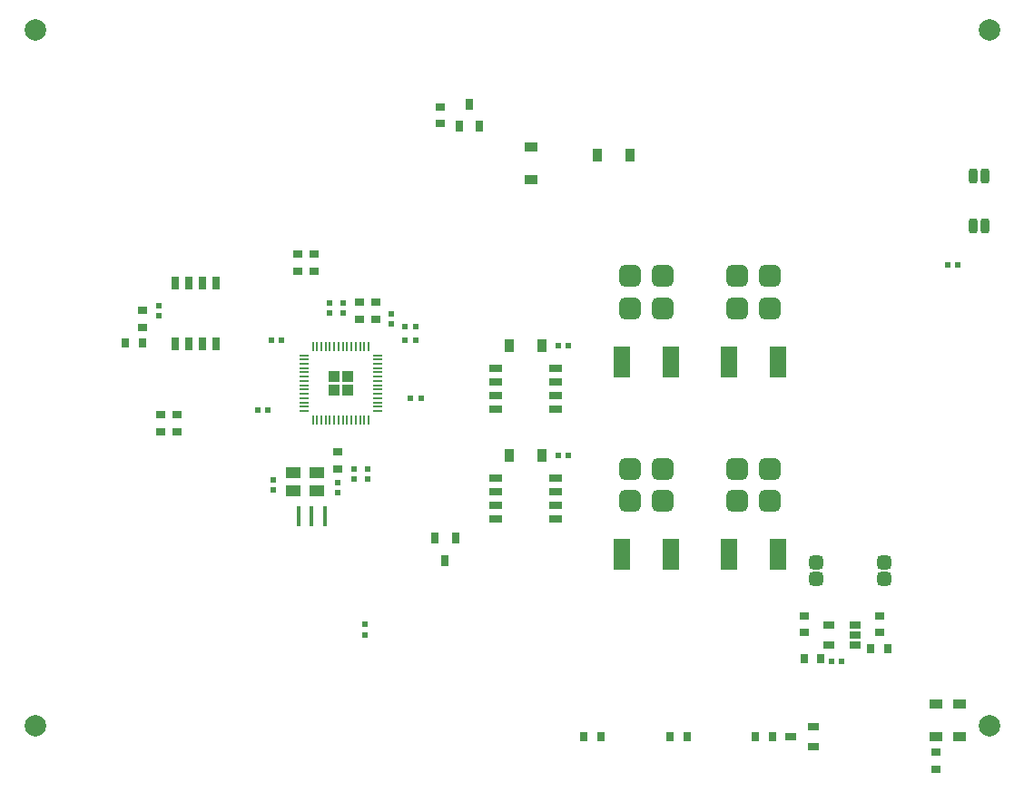
<source format=gtp>
G04 #@! TF.GenerationSoftware,KiCad,Pcbnew,(6.0.7)*
G04 #@! TF.CreationDate,2022-09-01T11:58:40+09:00*
G04 #@! TF.ProjectId,RP2040CommandStation,52503230-3430-4436-9f6d-6d616e645374,rev?*
G04 #@! TF.SameCoordinates,PX6cb8080PY8d24d00*
G04 #@! TF.FileFunction,Paste,Top*
G04 #@! TF.FilePolarity,Positive*
%FSLAX46Y46*%
G04 Gerber Fmt 4.6, Leading zero omitted, Abs format (unit mm)*
G04 Created by KiCad (PCBNEW (6.0.7)) date 2022-09-01 11:58:40*
%MOMM*%
%LPD*%
G01*
G04 APERTURE LIST*
G04 Aperture macros list*
%AMRoundRect*
0 Rectangle with rounded corners*
0 $1 Rounding radius*
0 $2 $3 $4 $5 $6 $7 $8 $9 X,Y pos of 4 corners*
0 Add a 4 corners polygon primitive as box body*
4,1,4,$2,$3,$4,$5,$6,$7,$8,$9,$2,$3,0*
0 Add four circle primitives for the rounded corners*
1,1,$1+$1,$2,$3*
1,1,$1+$1,$4,$5*
1,1,$1+$1,$6,$7*
1,1,$1+$1,$8,$9*
0 Add four rect primitives between the rounded corners*
20,1,$1+$1,$2,$3,$4,$5,0*
20,1,$1+$1,$4,$5,$6,$7,0*
20,1,$1+$1,$6,$7,$8,$9,0*
20,1,$1+$1,$8,$9,$2,$3,0*%
G04 Aperture macros list end*
%ADD10R,0.550000X0.500000*%
%ADD11RoundRect,0.200000X0.200000X-0.500000X0.200000X0.500000X-0.200000X0.500000X-0.200000X-0.500000X0*%
%ADD12R,1.200000X0.850000*%
%ADD13R,1.000000X0.800000*%
%ADD14R,0.800000X1.000000*%
%ADD15RoundRect,0.325000X-0.325000X-0.325000X0.325000X-0.325000X0.325000X0.325000X-0.325000X0.325000X0*%
%ADD16R,0.700000X0.900000*%
%ADD17R,0.900000X0.700000*%
%ADD18R,1.000000X0.700000*%
%ADD19R,1.400000X1.100000*%
%ADD20R,0.800000X1.300000*%
%ADD21R,0.500000X0.550000*%
%ADD22RoundRect,0.250000X-0.292217X-0.292217X0.292217X-0.292217X0.292217X0.292217X-0.292217X0.292217X0*%
%ADD23RoundRect,0.050000X-0.387500X-0.050000X0.387500X-0.050000X0.387500X0.050000X-0.387500X0.050000X0*%
%ADD24RoundRect,0.050000X-0.050000X-0.387500X0.050000X-0.387500X0.050000X0.387500X-0.050000X0.387500X0*%
%ADD25R,0.850000X1.200000*%
%ADD26R,0.400000X1.900000*%
%ADD27C,2.000000*%
%ADD28RoundRect,0.500000X-0.500000X-0.500000X0.500000X-0.500000X0.500000X0.500000X-0.500000X0.500000X0*%
%ADD29R,1.600000X3.000000*%
%ADD30R,1.300000X0.800000*%
G04 APERTURE END LIST*
D10*
X89075000Y53000000D03*
X88125000Y53000000D03*
X77275000Y16000000D03*
X78225000Y16000000D03*
D11*
X90450000Y56675000D03*
X90450000Y61325000D03*
X91550000Y61325000D03*
X91550000Y56675000D03*
D12*
X89250000Y8975000D03*
X89250000Y12025000D03*
X87000000Y8975000D03*
X87000000Y12025000D03*
D13*
X75550000Y8050000D03*
X75550000Y9950000D03*
X73450000Y9000000D03*
D14*
X42200000Y27550000D03*
X40300000Y27550000D03*
X41250000Y25450000D03*
X42550000Y65950000D03*
X44450000Y65950000D03*
X43500000Y68050000D03*
D15*
X82200000Y23700000D03*
X82200000Y25300000D03*
X75800000Y25300000D03*
X75800000Y23700000D03*
D16*
X74700000Y16250000D03*
X76300000Y16250000D03*
X80950000Y17250000D03*
X82550000Y17250000D03*
D17*
X27500000Y54050000D03*
X27500000Y52450000D03*
X29000000Y52450000D03*
X29000000Y54050000D03*
X14750000Y39050000D03*
X14750000Y37450000D03*
X16250000Y39050000D03*
X16250000Y37450000D03*
D16*
X63800000Y9000000D03*
X62200000Y9000000D03*
X71800000Y9000000D03*
X70200000Y9000000D03*
D17*
X87000000Y7550000D03*
X87000000Y5950000D03*
X40750000Y66200000D03*
X40750000Y67800000D03*
D18*
X79450000Y17550000D03*
X79450000Y18500000D03*
X79450000Y19450000D03*
X77050000Y19450000D03*
X77050000Y17550000D03*
D17*
X81750000Y20300000D03*
X81750000Y18700000D03*
X31250000Y35550000D03*
X31250000Y33950000D03*
X34750000Y49550000D03*
X34750000Y47950000D03*
X33250000Y49550000D03*
X33250000Y47950000D03*
D16*
X13050000Y45750000D03*
X11450000Y45750000D03*
D17*
X13000000Y48800000D03*
X13000000Y47200000D03*
D19*
X27100000Y31950000D03*
X29300000Y31950000D03*
X29300000Y33650000D03*
X27100000Y33650000D03*
D20*
X16095000Y45700000D03*
X17365000Y45700000D03*
X18635000Y45700000D03*
X19905000Y45700000D03*
X19905000Y51300000D03*
X18635000Y51300000D03*
X17365000Y51300000D03*
X16095000Y51300000D03*
D21*
X14500000Y49225000D03*
X14500000Y48275000D03*
D22*
X32137500Y41362500D03*
X30862500Y41362500D03*
X30862500Y42637500D03*
X32137500Y42637500D03*
D23*
X28062500Y44600000D03*
X28062500Y44200000D03*
X28062500Y43800000D03*
X28062500Y43400000D03*
X28062500Y43000000D03*
X28062500Y42600000D03*
X28062500Y42200000D03*
X28062500Y41800000D03*
X28062500Y41400000D03*
X28062500Y41000000D03*
X28062500Y40600000D03*
X28062500Y40200000D03*
X28062500Y39800000D03*
X28062500Y39400000D03*
D24*
X28900000Y38562500D03*
X29300000Y38562500D03*
X29700000Y38562500D03*
X30100000Y38562500D03*
X30500000Y38562500D03*
X30900000Y38562500D03*
X31300000Y38562500D03*
X31700000Y38562500D03*
X32100000Y38562500D03*
X32500000Y38562500D03*
X32900000Y38562500D03*
X33300000Y38562500D03*
X33700000Y38562500D03*
X34100000Y38562500D03*
D23*
X34937500Y39400000D03*
X34937500Y39800000D03*
X34937500Y40200000D03*
X34937500Y40600000D03*
X34937500Y41000000D03*
X34937500Y41400000D03*
X34937500Y41800000D03*
X34937500Y42200000D03*
X34937500Y42600000D03*
X34937500Y43000000D03*
X34937500Y43400000D03*
X34937500Y43800000D03*
X34937500Y44200000D03*
X34937500Y44600000D03*
D24*
X34100000Y45437500D03*
X33700000Y45437500D03*
X33300000Y45437500D03*
X32900000Y45437500D03*
X32500000Y45437500D03*
X32100000Y45437500D03*
X31700000Y45437500D03*
X31300000Y45437500D03*
X30900000Y45437500D03*
X30500000Y45437500D03*
X30100000Y45437500D03*
X29700000Y45437500D03*
X29300000Y45437500D03*
X28900000Y45437500D03*
D10*
X38025000Y40600000D03*
X38975000Y40600000D03*
D21*
X30500000Y48525000D03*
X30500000Y49475000D03*
D10*
X24725000Y39500000D03*
X23775000Y39500000D03*
D21*
X31750000Y48525000D03*
X31750000Y49475000D03*
D10*
X25975000Y46000000D03*
X25025000Y46000000D03*
D21*
X33750000Y18525000D03*
X33750000Y19475000D03*
X36250000Y47525000D03*
X36250000Y48475000D03*
D10*
X37525000Y47250000D03*
X38475000Y47250000D03*
D21*
X34000000Y33975000D03*
X34000000Y33025000D03*
X31250000Y32725000D03*
X31250000Y31775000D03*
X25250000Y32025000D03*
X25250000Y32975000D03*
X32750000Y33975000D03*
X32750000Y33025000D03*
D10*
X37525000Y46000000D03*
X38475000Y46000000D03*
D17*
X74750000Y20300000D03*
X74750000Y18700000D03*
D25*
X55475000Y63250000D03*
X58525000Y63250000D03*
D16*
X55800000Y9000000D03*
X54200000Y9000000D03*
D12*
X49250000Y60975000D03*
X49250000Y64025000D03*
D26*
X27600000Y29600000D03*
X28800000Y29600000D03*
X30000000Y29600000D03*
D27*
X92000000Y75000000D03*
X3000000Y75000000D03*
X92000000Y10000000D03*
X3000000Y10000000D03*
D25*
X50275000Y35250000D03*
X47225000Y35250000D03*
D28*
X61500000Y49000000D03*
X61500000Y52000000D03*
X58500000Y52000000D03*
X58500000Y49000000D03*
D29*
X57700000Y44000000D03*
X62300000Y44000000D03*
D10*
X51775000Y35250000D03*
X52725000Y35250000D03*
D28*
X68500000Y31000000D03*
X68500000Y34000000D03*
X71500000Y34000000D03*
X71500000Y31000000D03*
D29*
X67700000Y26000000D03*
X72300000Y26000000D03*
D28*
X58500000Y34000000D03*
X58500000Y31000000D03*
X61500000Y34000000D03*
X61500000Y31000000D03*
D29*
X57700000Y26000000D03*
X62300000Y26000000D03*
D25*
X50275000Y45500000D03*
X47225000Y45500000D03*
D30*
X45950000Y43405000D03*
X45950000Y42135000D03*
X45950000Y40865000D03*
X45950000Y39595000D03*
X51550000Y39595000D03*
X51550000Y40865000D03*
X51550000Y42135000D03*
X51550000Y43405000D03*
X45950000Y33155000D03*
X45950000Y31885000D03*
X45950000Y30615000D03*
X45950000Y29345000D03*
X51550000Y29345000D03*
X51550000Y30615000D03*
X51550000Y31885000D03*
X51550000Y33155000D03*
D28*
X71500000Y52000000D03*
X68500000Y49000000D03*
X71500000Y49000000D03*
X68500000Y52000000D03*
D29*
X67700000Y44000000D03*
X72300000Y44000000D03*
D10*
X52725000Y45500000D03*
X51775000Y45500000D03*
M02*

</source>
